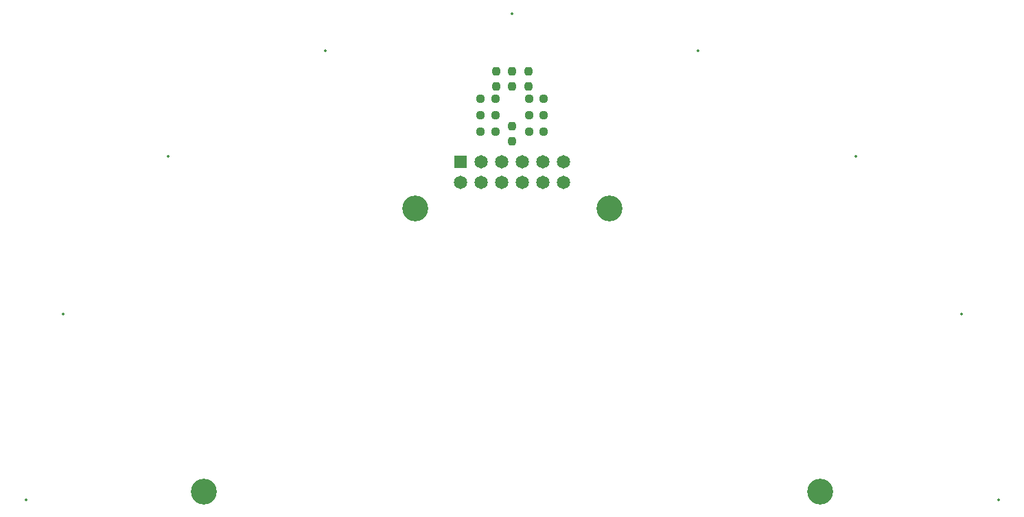
<source format=gbr>
%TF.GenerationSoftware,KiCad,Pcbnew,7.0.1*%
%TF.CreationDate,2023-05-12T16:10:07+02:00*%
%TF.ProjectId,SenseU_Microphoneboard,53656e73-6555-45f4-9d69-63726f70686f,rev?*%
%TF.SameCoordinates,Original*%
%TF.FileFunction,Soldermask,Top*%
%TF.FilePolarity,Negative*%
%FSLAX46Y46*%
G04 Gerber Fmt 4.6, Leading zero omitted, Abs format (unit mm)*
G04 Created by KiCad (PCBNEW 7.0.1) date 2023-05-12 16:10:07*
%MOMM*%
%LPD*%
G01*
G04 APERTURE LIST*
G04 Aperture macros list*
%AMRoundRect*
0 Rectangle with rounded corners*
0 $1 Rounding radius*
0 $2 $3 $4 $5 $6 $7 $8 $9 X,Y pos of 4 corners*
0 Add a 4 corners polygon primitive as box body*
4,1,4,$2,$3,$4,$5,$6,$7,$8,$9,$2,$3,0*
0 Add four circle primitives for the rounded corners*
1,1,$1+$1,$2,$3*
1,1,$1+$1,$4,$5*
1,1,$1+$1,$6,$7*
1,1,$1+$1,$8,$9*
0 Add four rect primitives between the rounded corners*
20,1,$1+$1,$2,$3,$4,$5,0*
20,1,$1+$1,$4,$5,$6,$7,0*
20,1,$1+$1,$6,$7,$8,$9,0*
20,1,$1+$1,$8,$9,$2,$3,0*%
G04 Aperture macros list end*
%ADD10RoundRect,0.237500X-0.250000X-0.237500X0.250000X-0.237500X0.250000X0.237500X-0.250000X0.237500X0*%
%ADD11RoundRect,0.237500X0.237500X-0.250000X0.237500X0.250000X-0.237500X0.250000X-0.237500X-0.250000X0*%
%ADD12C,3.200000*%
%ADD13RoundRect,0.237500X0.250000X0.237500X-0.250000X0.237500X-0.250000X-0.237500X0.250000X-0.237500X0*%
%ADD14RoundRect,0.237500X-0.237500X0.250000X-0.237500X-0.250000X0.237500X-0.250000X0.237500X0.250000X0*%
%ADD15C,0.350000*%
%ADD16R,1.650000X1.650000*%
%ADD17C,1.650000*%
G04 APERTURE END LIST*
D10*
%TO.C,R10*%
X102087500Y-74500000D03*
X103912500Y-74500000D03*
%TD*%
D11*
%TO.C,R6*%
X100000000Y-68912500D03*
X100000000Y-67087500D03*
%TD*%
D12*
%TO.C,REF\u002A\u002A*%
X138000000Y-119000000D03*
%TD*%
%TO.C,REF\u002A\u002A*%
X112000000Y-84000000D03*
%TD*%
D11*
%TO.C,R5*%
X97990000Y-68912500D03*
X97990000Y-67087500D03*
%TD*%
D10*
%TO.C,R9*%
X102087498Y-72500000D03*
X103912498Y-72500000D03*
%TD*%
D11*
%TO.C,R7*%
X101990000Y-68912500D03*
X101990000Y-67087500D03*
%TD*%
D10*
%TO.C,R8*%
X102087501Y-70500000D03*
X103912501Y-70500000D03*
%TD*%
D13*
%TO.C,R2*%
X97912500Y-74500000D03*
X96087500Y-74500000D03*
%TD*%
D12*
%TO.C,REF\u002A\u002A*%
X88000000Y-84000000D03*
%TD*%
%TO.C,REF\u002A\u002A*%
X62000000Y-119000000D03*
%TD*%
D13*
%TO.C,R3*%
X97912500Y-72500000D03*
X96087500Y-72500000D03*
%TD*%
%TO.C,R4*%
X97912500Y-70500000D03*
X96087500Y-70500000D03*
%TD*%
D14*
%TO.C,R1*%
X100000000Y-73875000D03*
X100000000Y-75700000D03*
%TD*%
D15*
%TO.C,MK1*%
X40001000Y-119987500D03*
%TD*%
%TO.C,MK2*%
X44566992Y-97033306D03*
%TD*%
%TO.C,MK3*%
X57565346Y-77580679D03*
%TD*%
%TO.C,MK9*%
X160000000Y-120000000D03*
%TD*%
%TO.C,MK4*%
X76989941Y-64554693D03*
%TD*%
D16*
%TO.C,J1*%
X93650000Y-78267500D03*
D17*
X93650000Y-80807500D03*
X96190000Y-78267500D03*
X96190000Y-80807500D03*
X98730000Y-78267500D03*
X98730000Y-80807500D03*
X101270000Y-78267500D03*
X101270000Y-80807500D03*
X103810000Y-78267500D03*
X103810000Y-80807500D03*
X106350000Y-78267500D03*
X106350000Y-80807500D03*
%TD*%
D15*
%TO.C,MK7*%
X142424991Y-77577145D03*
%TD*%
%TO.C,MK8*%
X155436005Y-97048830D03*
%TD*%
%TO.C,MK5*%
X100012500Y-59998000D03*
%TD*%
%TO.C,MK6*%
X122948363Y-64562579D03*
%TD*%
M02*

</source>
